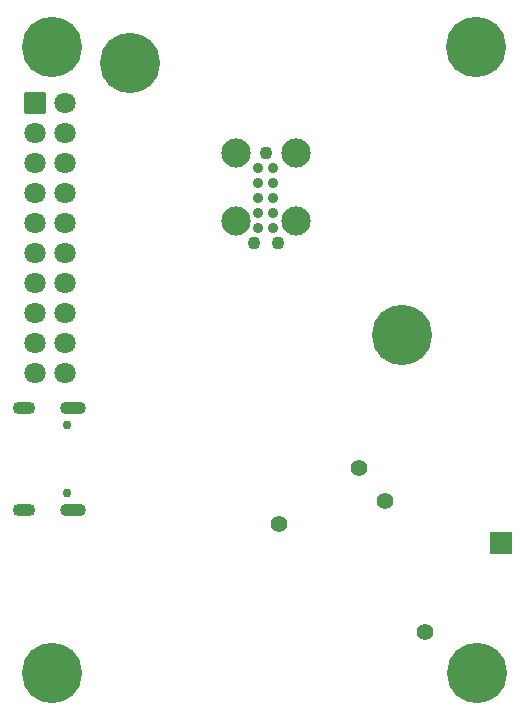
<source format=gbr>
%TF.GenerationSoftware,KiCad,Pcbnew,9.0.4-9.0.4-0~ubuntu24.04.1*%
%TF.CreationDate,2025-09-26T14:01:37+02:00*%
%TF.ProjectId,Sensor_Node_Base,53656e73-6f72-45f4-9e6f-64655f426173,rev?*%
%TF.SameCoordinates,Original*%
%TF.FileFunction,Soldermask,Bot*%
%TF.FilePolarity,Negative*%
%FSLAX46Y46*%
G04 Gerber Fmt 4.6, Leading zero omitted, Abs format (unit mm)*
G04 Created by KiCad (PCBNEW 9.0.4-9.0.4-0~ubuntu24.04.1) date 2025-09-26 14:01:37*
%MOMM*%
%LPD*%
G01*
G04 APERTURE LIST*
G04 Aperture macros list*
%AMRoundRect*
0 Rectangle with rounded corners*
0 $1 Rounding radius*
0 $2 $3 $4 $5 $6 $7 $8 $9 X,Y pos of 4 corners*
0 Add a 4 corners polygon primitive as box body*
4,1,4,$2,$3,$4,$5,$6,$7,$8,$9,$2,$3,0*
0 Add four circle primitives for the rounded corners*
1,1,$1+$1,$2,$3*
1,1,$1+$1,$4,$5*
1,1,$1+$1,$6,$7*
1,1,$1+$1,$8,$9*
0 Add four rect primitives between the rounded corners*
20,1,$1+$1,$2,$3,$4,$5,0*
20,1,$1+$1,$4,$5,$6,$7,0*
20,1,$1+$1,$6,$7,$8,$9,0*
20,1,$1+$1,$8,$9,$2,$3,0*%
G04 Aperture macros list end*
%ADD10RoundRect,0.050000X-0.850000X-0.850000X0.850000X-0.850000X0.850000X0.850000X-0.850000X0.850000X0*%
%ADD11C,1.800000*%
%ADD12C,0.887400*%
%ADD13C,0.900000*%
%ADD14C,5.100000*%
%ADD15C,2.474900*%
%ADD16C,1.090600*%
%ADD17C,0.750000*%
%ADD18O,2.200000X1.100000*%
%ADD19O,1.900000X1.100000*%
%ADD20C,1.400000*%
%ADD21C,0.500000*%
%ADD22RoundRect,0.057000X0.893000X0.893000X-0.893000X0.893000X-0.893000X-0.893000X0.893000X-0.893000X0*%
G04 APERTURE END LIST*
D10*
%TO.C,J201*%
X123700000Y-86610000D03*
D11*
X126240000Y-86610000D03*
X123700000Y-89150000D03*
X126240000Y-89150000D03*
X123700000Y-91690000D03*
X126240000Y-91690000D03*
X123700000Y-94230000D03*
X126240000Y-94230000D03*
X123700000Y-96770000D03*
X126240000Y-96770000D03*
X123700000Y-99310000D03*
X126240000Y-99310000D03*
X123700000Y-101850000D03*
X126240000Y-101850000D03*
X123700000Y-104390000D03*
X126240000Y-104390000D03*
X123700000Y-106930000D03*
X126240000Y-106930000D03*
X123700000Y-109470000D03*
X126240000Y-109470000D03*
%TD*%
D12*
%TO.C,M201*%
X142625000Y-92150000D03*
X142625000Y-93420000D03*
X142625000Y-94690000D03*
X142625000Y-95960000D03*
X142625000Y-97230000D03*
X143895000Y-97230000D03*
X143895000Y-95960000D03*
X143895000Y-94690000D03*
X143895000Y-93420000D03*
X143895000Y-92150000D03*
D13*
X156635000Y-106270000D03*
X156085825Y-107595825D03*
X156085825Y-104944175D03*
X154760000Y-108145000D03*
D14*
X154760000Y-106270000D03*
D13*
X154760000Y-104395000D03*
X153434175Y-107595825D03*
X153434175Y-104944175D03*
X152885000Y-106270000D03*
X133635000Y-83270000D03*
X133085825Y-84595825D03*
X133085825Y-81944175D03*
X131760000Y-85145000D03*
D14*
X131760000Y-83270000D03*
D13*
X131760000Y-81395000D03*
X130434175Y-84595825D03*
X130434175Y-81944175D03*
X129885000Y-83270000D03*
D15*
X145800000Y-96595000D03*
X145800000Y-90880000D03*
D16*
X144275000Y-98500000D03*
X143260000Y-90880000D03*
X142245000Y-98500000D03*
D15*
X140720000Y-96595000D03*
X140720000Y-90880000D03*
%TD*%
D13*
%TO.C,MH103*%
X159155000Y-81855825D03*
X159704175Y-80530000D03*
X159704175Y-83181650D03*
X161030000Y-79980825D03*
D14*
X161030000Y-81855825D03*
D13*
X161030000Y-83730825D03*
X162355825Y-80530000D03*
X162355825Y-83181650D03*
X162905000Y-81855825D03*
%TD*%
%TO.C,MH101*%
X123245000Y-81865825D03*
X123794175Y-80540000D03*
X123794175Y-83191650D03*
X125120000Y-79990825D03*
D14*
X125120000Y-81865825D03*
D13*
X125120000Y-83740825D03*
X126445825Y-80540000D03*
X126445825Y-83191650D03*
X126995000Y-81865825D03*
%TD*%
D17*
%TO.C,CON101*%
X126430000Y-113890000D03*
X126430000Y-119670000D03*
D18*
X126950000Y-112460000D03*
D19*
X122750000Y-112460000D03*
D18*
X126950000Y-121100000D03*
D19*
X122750000Y-121100000D03*
%TD*%
D20*
%TO.C,TP309*%
X144390000Y-122230000D03*
%TD*%
%TO.C,TP308*%
X151130000Y-117560000D03*
%TD*%
D13*
%TO.C,MH102*%
X159245000Y-134855825D03*
X159794175Y-133530000D03*
X159794175Y-136181650D03*
X161120000Y-132980825D03*
D14*
X161120000Y-134855825D03*
D13*
X161120000Y-136730825D03*
X162445825Y-133530000D03*
X162445825Y-136181650D03*
X162995000Y-134855825D03*
%TD*%
D21*
%TO.C,IC202*%
X163500000Y-123850000D03*
D22*
X163200000Y-123850000D03*
D21*
X162900000Y-123850000D03*
%TD*%
D20*
%TO.C,TP303*%
X156710000Y-131380000D03*
%TD*%
%TO.C,TP307*%
X153350000Y-120350000D03*
%TD*%
D13*
%TO.C,MH104*%
X123245000Y-134855825D03*
X123794175Y-133530000D03*
X123794175Y-136181650D03*
X125120000Y-132980825D03*
D14*
X125120000Y-134855825D03*
D13*
X125120000Y-136730825D03*
X126445825Y-133530000D03*
X126445825Y-136181650D03*
X126995000Y-134855825D03*
%TD*%
M02*

</source>
